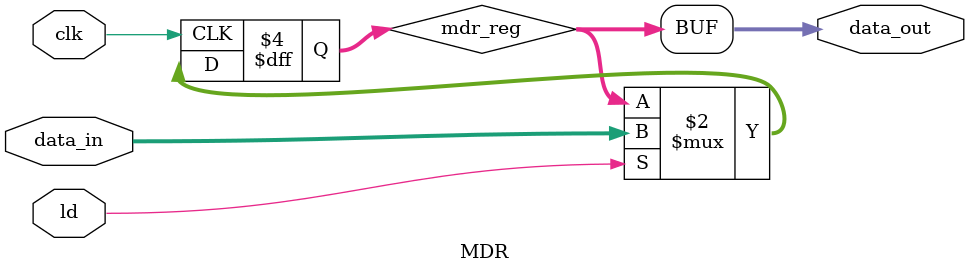
<source format=sv>
module MAR(input clk, input ld, input [31:0] address_in, output [31:0] address_out);
    reg [31:0] mar_reg;
    always @(posedge clk) begin
        if(ld) 
            mar_reg <= address_in;
    end
    assign address_out = mar_reg;
endmodule 


module memory(input clk, rw, input [31:0] address, data_in, output [31:0] data_out);
    reg [31:0] memory [0:4095];

    always @(posedge clk) begin
        if(rw)
            memory[address[11:0]] <= data;
    end

    assign data_out = memory[address[11:0]];

endmodule

module MDR(input clk, input ld, input [31:0] data_in, output [31:0] data_out);
    reg [31:0] mdr_reg;
    always @(posedge clk) begin
        if(ld) 
            mdr_reg <= data_in;
    end
    assign data_out = mdr_reg;
endmodule 
</source>
